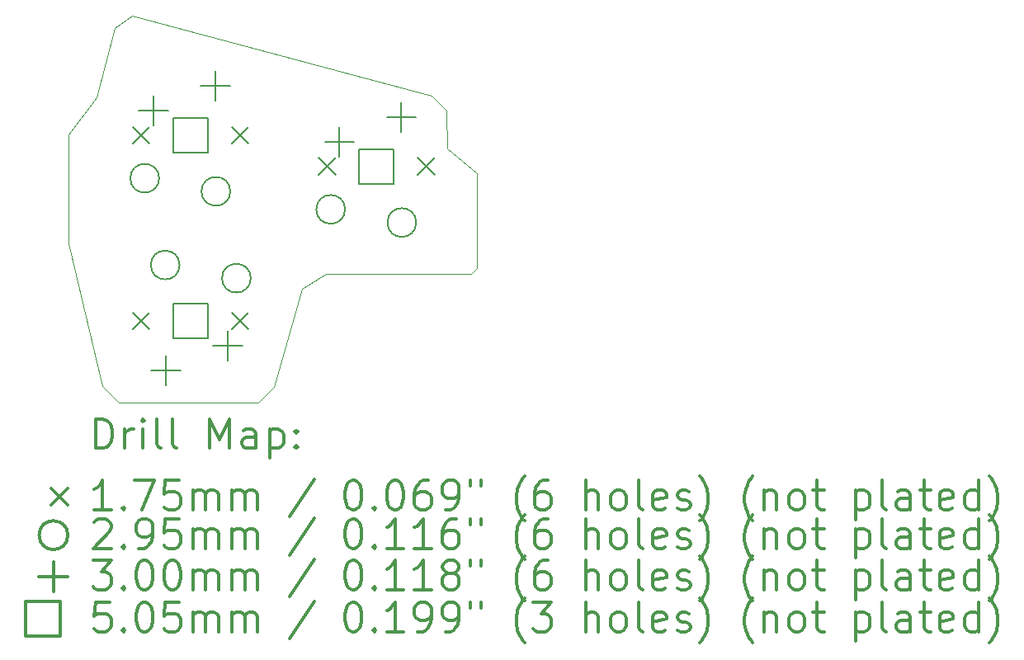
<source format=gbr>
%FSLAX45Y45*%
G04 Gerber Fmt 4.5, Leading zero omitted, Abs format (unit mm)*
G04 Created by KiCad (PCBNEW (5.1.4)-1) date 2023-09-09 05:27:59*
%MOMM*%
%LPD*%
G04 APERTURE LIST*
%ADD10C,0.050000*%
%ADD11C,0.200000*%
%ADD12C,0.300000*%
G04 APERTURE END LIST*
D10*
X-6865125Y-36816943D02*
X-6622125Y-36663943D01*
X-8745125Y-37986943D02*
X-7315125Y-37986943D01*
X-7315125Y-37986943D02*
X-7155125Y-37826943D01*
X-7155125Y-37826943D02*
X-6865125Y-36816943D01*
X-9266270Y-36347075D02*
X-8915125Y-37816943D01*
X-6622125Y-36663943D02*
X-5127980Y-36664473D01*
X-8915125Y-37816943D02*
X-8745125Y-37986943D01*
X-5073509Y-36608864D02*
X-5127980Y-36664473D01*
X-9266125Y-36346943D02*
X-9265596Y-35232941D01*
X-8976724Y-34849596D02*
X-8786120Y-34143027D01*
X-8976724Y-34849596D02*
X-9265596Y-35232941D01*
X-8786120Y-34143027D02*
X-8608823Y-34012429D01*
X-5536125Y-34837148D02*
X-5380301Y-34987247D01*
X-8608823Y-34012429D02*
X-5536125Y-34837148D01*
X-5379118Y-35379366D02*
X-5380301Y-34987247D01*
X-5073899Y-35635660D02*
X-5379118Y-35379366D01*
X-5073509Y-36608864D02*
X-5073899Y-35635660D01*
D11*
X-6697545Y-35474692D02*
X-6522545Y-35649692D01*
X-6522545Y-35474692D02*
X-6697545Y-35649692D01*
X-5681545Y-35474692D02*
X-5506546Y-35649692D01*
X-5506546Y-35474692D02*
X-5681545Y-35649692D01*
X-8605500Y-37060500D02*
X-8430500Y-37235500D01*
X-8430500Y-37060500D02*
X-8605500Y-37235500D01*
X-7589500Y-37060500D02*
X-7414500Y-37235500D01*
X-7414500Y-37060500D02*
X-7589500Y-37235500D01*
X-8605500Y-35154692D02*
X-8430500Y-35329692D01*
X-8430500Y-35154692D02*
X-8605500Y-35329692D01*
X-7589500Y-35154692D02*
X-7414500Y-35329692D01*
X-7414500Y-35154692D02*
X-7589500Y-35329692D01*
X-6424545Y-36002192D02*
G75*
G03X-6424545Y-36002192I-147500J0D01*
G01*
X-5694545Y-36137192D02*
G75*
G03X-5694545Y-36137192I-147500J0D01*
G01*
X-8122500Y-36573000D02*
G75*
G03X-8122500Y-36573000I-147500J0D01*
G01*
X-7392500Y-36708000D02*
G75*
G03X-7392500Y-36708000I-147500J0D01*
G01*
X-8332500Y-35682192D02*
G75*
G03X-8332500Y-35682192I-147500J0D01*
G01*
X-7602500Y-35817192D02*
G75*
G03X-7602500Y-35817192I-147500J0D01*
G01*
X-6483045Y-35158192D02*
X-6483045Y-35458192D01*
X-6633045Y-35308192D02*
X-6333045Y-35308192D01*
X-5848045Y-34904192D02*
X-5848045Y-35204192D01*
X-5998045Y-35054192D02*
X-5698045Y-35054192D01*
X-8264000Y-37506000D02*
X-8264000Y-37806000D01*
X-8414000Y-37656000D02*
X-8114000Y-37656000D01*
X-7629000Y-37252000D02*
X-7629000Y-37552000D01*
X-7779000Y-37402000D02*
X-7479000Y-37402000D01*
X-8391000Y-34838192D02*
X-8391000Y-35138192D01*
X-8541000Y-34988192D02*
X-8241000Y-34988192D01*
X-7756000Y-34584192D02*
X-7756000Y-34884192D01*
X-7906000Y-34734192D02*
X-7606000Y-34734192D01*
X-5923499Y-35740738D02*
X-5923499Y-35383646D01*
X-6280592Y-35383646D01*
X-6280592Y-35740738D01*
X-5923499Y-35740738D01*
X-7831454Y-37326546D02*
X-7831454Y-36969454D01*
X-8188546Y-36969454D01*
X-8188546Y-37326546D01*
X-7831454Y-37326546D01*
X-7831454Y-35420738D02*
X-7831454Y-35063646D01*
X-8188546Y-35063646D01*
X-8188546Y-35420738D01*
X-7831454Y-35420738D01*
D12*
X-8982342Y-38455157D02*
X-8982342Y-38155157D01*
X-8910913Y-38155157D01*
X-8868056Y-38169443D01*
X-8839484Y-38198014D01*
X-8825199Y-38226586D01*
X-8810913Y-38283728D01*
X-8810913Y-38326586D01*
X-8825199Y-38383728D01*
X-8839484Y-38412300D01*
X-8868056Y-38440871D01*
X-8910913Y-38455157D01*
X-8982342Y-38455157D01*
X-8682342Y-38455157D02*
X-8682342Y-38255157D01*
X-8682342Y-38312300D02*
X-8668056Y-38283728D01*
X-8653770Y-38269443D01*
X-8625199Y-38255157D01*
X-8596627Y-38255157D01*
X-8496627Y-38455157D02*
X-8496627Y-38255157D01*
X-8496627Y-38155157D02*
X-8510913Y-38169443D01*
X-8496627Y-38183728D01*
X-8482342Y-38169443D01*
X-8496627Y-38155157D01*
X-8496627Y-38183728D01*
X-8310913Y-38455157D02*
X-8339484Y-38440871D01*
X-8353770Y-38412300D01*
X-8353770Y-38155157D01*
X-8153770Y-38455157D02*
X-8182342Y-38440871D01*
X-8196627Y-38412300D01*
X-8196627Y-38155157D01*
X-7810913Y-38455157D02*
X-7810913Y-38155157D01*
X-7710913Y-38369443D01*
X-7610913Y-38155157D01*
X-7610913Y-38455157D01*
X-7339484Y-38455157D02*
X-7339484Y-38298014D01*
X-7353770Y-38269443D01*
X-7382342Y-38255157D01*
X-7439484Y-38255157D01*
X-7468056Y-38269443D01*
X-7339484Y-38440871D02*
X-7368056Y-38455157D01*
X-7439484Y-38455157D01*
X-7468056Y-38440871D01*
X-7482342Y-38412300D01*
X-7482342Y-38383728D01*
X-7468056Y-38355157D01*
X-7439484Y-38340871D01*
X-7368056Y-38340871D01*
X-7339484Y-38326586D01*
X-7196627Y-38255157D02*
X-7196627Y-38555157D01*
X-7196627Y-38269443D02*
X-7168056Y-38255157D01*
X-7110913Y-38255157D01*
X-7082342Y-38269443D01*
X-7068056Y-38283728D01*
X-7053770Y-38312300D01*
X-7053770Y-38398014D01*
X-7068056Y-38426586D01*
X-7082342Y-38440871D01*
X-7110913Y-38455157D01*
X-7168056Y-38455157D01*
X-7196627Y-38440871D01*
X-6925199Y-38426586D02*
X-6910913Y-38440871D01*
X-6925199Y-38455157D01*
X-6939484Y-38440871D01*
X-6925199Y-38426586D01*
X-6925199Y-38455157D01*
X-6925199Y-38269443D02*
X-6910913Y-38283728D01*
X-6925199Y-38298014D01*
X-6939484Y-38283728D01*
X-6925199Y-38269443D01*
X-6925199Y-38298014D01*
X-9443770Y-38861943D02*
X-9268770Y-39036943D01*
X-9268770Y-38861943D02*
X-9443770Y-39036943D01*
X-8825199Y-39085157D02*
X-8996627Y-39085157D01*
X-8910913Y-39085157D02*
X-8910913Y-38785157D01*
X-8939484Y-38828014D01*
X-8968056Y-38856586D01*
X-8996627Y-38870871D01*
X-8696627Y-39056586D02*
X-8682342Y-39070871D01*
X-8696627Y-39085157D01*
X-8710913Y-39070871D01*
X-8696627Y-39056586D01*
X-8696627Y-39085157D01*
X-8582342Y-38785157D02*
X-8382342Y-38785157D01*
X-8510913Y-39085157D01*
X-8125199Y-38785157D02*
X-8268056Y-38785157D01*
X-8282342Y-38928014D01*
X-8268056Y-38913728D01*
X-8239484Y-38899443D01*
X-8168056Y-38899443D01*
X-8139484Y-38913728D01*
X-8125199Y-38928014D01*
X-8110913Y-38956586D01*
X-8110913Y-39028014D01*
X-8125199Y-39056586D01*
X-8139484Y-39070871D01*
X-8168056Y-39085157D01*
X-8239484Y-39085157D01*
X-8268056Y-39070871D01*
X-8282342Y-39056586D01*
X-7982342Y-39085157D02*
X-7982342Y-38885157D01*
X-7982342Y-38913728D02*
X-7968056Y-38899443D01*
X-7939484Y-38885157D01*
X-7896627Y-38885157D01*
X-7868056Y-38899443D01*
X-7853770Y-38928014D01*
X-7853770Y-39085157D01*
X-7853770Y-38928014D02*
X-7839484Y-38899443D01*
X-7810913Y-38885157D01*
X-7768056Y-38885157D01*
X-7739484Y-38899443D01*
X-7725199Y-38928014D01*
X-7725199Y-39085157D01*
X-7582342Y-39085157D02*
X-7582342Y-38885157D01*
X-7582342Y-38913728D02*
X-7568056Y-38899443D01*
X-7539484Y-38885157D01*
X-7496627Y-38885157D01*
X-7468056Y-38899443D01*
X-7453770Y-38928014D01*
X-7453770Y-39085157D01*
X-7453770Y-38928014D02*
X-7439484Y-38899443D01*
X-7410913Y-38885157D01*
X-7368056Y-38885157D01*
X-7339484Y-38899443D01*
X-7325199Y-38928014D01*
X-7325199Y-39085157D01*
X-6739484Y-38770871D02*
X-6996627Y-39156586D01*
X-6353770Y-38785157D02*
X-6325199Y-38785157D01*
X-6296627Y-38799443D01*
X-6282342Y-38813728D01*
X-6268056Y-38842300D01*
X-6253770Y-38899443D01*
X-6253770Y-38970871D01*
X-6268056Y-39028014D01*
X-6282342Y-39056586D01*
X-6296627Y-39070871D01*
X-6325199Y-39085157D01*
X-6353770Y-39085157D01*
X-6382342Y-39070871D01*
X-6396627Y-39056586D01*
X-6410913Y-39028014D01*
X-6425199Y-38970871D01*
X-6425199Y-38899443D01*
X-6410913Y-38842300D01*
X-6396627Y-38813728D01*
X-6382342Y-38799443D01*
X-6353770Y-38785157D01*
X-6125199Y-39056586D02*
X-6110913Y-39070871D01*
X-6125199Y-39085157D01*
X-6139484Y-39070871D01*
X-6125199Y-39056586D01*
X-6125199Y-39085157D01*
X-5925199Y-38785157D02*
X-5896627Y-38785157D01*
X-5868056Y-38799443D01*
X-5853770Y-38813728D01*
X-5839484Y-38842300D01*
X-5825199Y-38899443D01*
X-5825199Y-38970871D01*
X-5839484Y-39028014D01*
X-5853770Y-39056586D01*
X-5868056Y-39070871D01*
X-5896627Y-39085157D01*
X-5925199Y-39085157D01*
X-5953770Y-39070871D01*
X-5968056Y-39056586D01*
X-5982342Y-39028014D01*
X-5996627Y-38970871D01*
X-5996627Y-38899443D01*
X-5982342Y-38842300D01*
X-5968056Y-38813728D01*
X-5953770Y-38799443D01*
X-5925199Y-38785157D01*
X-5568056Y-38785157D02*
X-5625199Y-38785157D01*
X-5653770Y-38799443D01*
X-5668056Y-38813728D01*
X-5696627Y-38856586D01*
X-5710913Y-38913728D01*
X-5710913Y-39028014D01*
X-5696627Y-39056586D01*
X-5682342Y-39070871D01*
X-5653770Y-39085157D01*
X-5596627Y-39085157D01*
X-5568056Y-39070871D01*
X-5553770Y-39056586D01*
X-5539484Y-39028014D01*
X-5539484Y-38956586D01*
X-5553770Y-38928014D01*
X-5568056Y-38913728D01*
X-5596627Y-38899443D01*
X-5653770Y-38899443D01*
X-5682342Y-38913728D01*
X-5696627Y-38928014D01*
X-5710913Y-38956586D01*
X-5396627Y-39085157D02*
X-5339484Y-39085157D01*
X-5310913Y-39070871D01*
X-5296627Y-39056586D01*
X-5268056Y-39013728D01*
X-5253770Y-38956586D01*
X-5253770Y-38842300D01*
X-5268056Y-38813728D01*
X-5282342Y-38799443D01*
X-5310913Y-38785157D01*
X-5368056Y-38785157D01*
X-5396627Y-38799443D01*
X-5410913Y-38813728D01*
X-5425199Y-38842300D01*
X-5425199Y-38913728D01*
X-5410913Y-38942300D01*
X-5396627Y-38956586D01*
X-5368056Y-38970871D01*
X-5310913Y-38970871D01*
X-5282342Y-38956586D01*
X-5268056Y-38942300D01*
X-5253770Y-38913728D01*
X-5139484Y-38785157D02*
X-5139484Y-38842300D01*
X-5025199Y-38785157D02*
X-5025199Y-38842300D01*
X-4582342Y-39199443D02*
X-4596627Y-39185157D01*
X-4625199Y-39142300D01*
X-4639484Y-39113728D01*
X-4653770Y-39070871D01*
X-4668056Y-38999443D01*
X-4668056Y-38942300D01*
X-4653770Y-38870871D01*
X-4639484Y-38828014D01*
X-4625199Y-38799443D01*
X-4596627Y-38756586D01*
X-4582342Y-38742300D01*
X-4339484Y-38785157D02*
X-4396627Y-38785157D01*
X-4425199Y-38799443D01*
X-4439484Y-38813728D01*
X-4468056Y-38856586D01*
X-4482342Y-38913728D01*
X-4482342Y-39028014D01*
X-4468056Y-39056586D01*
X-4453770Y-39070871D01*
X-4425199Y-39085157D01*
X-4368056Y-39085157D01*
X-4339484Y-39070871D01*
X-4325199Y-39056586D01*
X-4310913Y-39028014D01*
X-4310913Y-38956586D01*
X-4325199Y-38928014D01*
X-4339484Y-38913728D01*
X-4368056Y-38899443D01*
X-4425199Y-38899443D01*
X-4453770Y-38913728D01*
X-4468056Y-38928014D01*
X-4482342Y-38956586D01*
X-3953770Y-39085157D02*
X-3953770Y-38785157D01*
X-3825199Y-39085157D02*
X-3825199Y-38928014D01*
X-3839484Y-38899443D01*
X-3868056Y-38885157D01*
X-3910913Y-38885157D01*
X-3939484Y-38899443D01*
X-3953770Y-38913728D01*
X-3639484Y-39085157D02*
X-3668056Y-39070871D01*
X-3682342Y-39056586D01*
X-3696627Y-39028014D01*
X-3696627Y-38942300D01*
X-3682342Y-38913728D01*
X-3668056Y-38899443D01*
X-3639484Y-38885157D01*
X-3596627Y-38885157D01*
X-3568056Y-38899443D01*
X-3553770Y-38913728D01*
X-3539484Y-38942300D01*
X-3539484Y-39028014D01*
X-3553770Y-39056586D01*
X-3568056Y-39070871D01*
X-3596627Y-39085157D01*
X-3639484Y-39085157D01*
X-3368056Y-39085157D02*
X-3396627Y-39070871D01*
X-3410913Y-39042300D01*
X-3410913Y-38785157D01*
X-3139484Y-39070871D02*
X-3168056Y-39085157D01*
X-3225199Y-39085157D01*
X-3253770Y-39070871D01*
X-3268056Y-39042300D01*
X-3268056Y-38928014D01*
X-3253770Y-38899443D01*
X-3225199Y-38885157D01*
X-3168056Y-38885157D01*
X-3139484Y-38899443D01*
X-3125199Y-38928014D01*
X-3125199Y-38956586D01*
X-3268056Y-38985157D01*
X-3010913Y-39070871D02*
X-2982342Y-39085157D01*
X-2925199Y-39085157D01*
X-2896627Y-39070871D01*
X-2882342Y-39042300D01*
X-2882342Y-39028014D01*
X-2896627Y-38999443D01*
X-2925199Y-38985157D01*
X-2968056Y-38985157D01*
X-2996627Y-38970871D01*
X-3010913Y-38942300D01*
X-3010913Y-38928014D01*
X-2996627Y-38899443D01*
X-2968056Y-38885157D01*
X-2925199Y-38885157D01*
X-2896627Y-38899443D01*
X-2782342Y-39199443D02*
X-2768056Y-39185157D01*
X-2739484Y-39142300D01*
X-2725199Y-39113728D01*
X-2710913Y-39070871D01*
X-2696627Y-38999443D01*
X-2696627Y-38942300D01*
X-2710913Y-38870871D01*
X-2725199Y-38828014D01*
X-2739484Y-38799443D01*
X-2768056Y-38756586D01*
X-2782342Y-38742300D01*
X-2239484Y-39199443D02*
X-2253770Y-39185157D01*
X-2282342Y-39142300D01*
X-2296627Y-39113728D01*
X-2310913Y-39070871D01*
X-2325199Y-38999443D01*
X-2325199Y-38942300D01*
X-2310913Y-38870871D01*
X-2296627Y-38828014D01*
X-2282342Y-38799443D01*
X-2253770Y-38756586D01*
X-2239484Y-38742300D01*
X-2125199Y-38885157D02*
X-2125199Y-39085157D01*
X-2125199Y-38913728D02*
X-2110913Y-38899443D01*
X-2082342Y-38885157D01*
X-2039484Y-38885157D01*
X-2010913Y-38899443D01*
X-1996627Y-38928014D01*
X-1996627Y-39085157D01*
X-1810913Y-39085157D02*
X-1839484Y-39070871D01*
X-1853770Y-39056586D01*
X-1868056Y-39028014D01*
X-1868056Y-38942300D01*
X-1853770Y-38913728D01*
X-1839484Y-38899443D01*
X-1810913Y-38885157D01*
X-1768056Y-38885157D01*
X-1739484Y-38899443D01*
X-1725199Y-38913728D01*
X-1710913Y-38942300D01*
X-1710913Y-39028014D01*
X-1725199Y-39056586D01*
X-1739484Y-39070871D01*
X-1768056Y-39085157D01*
X-1810913Y-39085157D01*
X-1625199Y-38885157D02*
X-1510913Y-38885157D01*
X-1582342Y-38785157D02*
X-1582342Y-39042300D01*
X-1568056Y-39070871D01*
X-1539484Y-39085157D01*
X-1510913Y-39085157D01*
X-1182342Y-38885157D02*
X-1182342Y-39185157D01*
X-1182342Y-38899443D02*
X-1153770Y-38885157D01*
X-1096627Y-38885157D01*
X-1068056Y-38899443D01*
X-1053770Y-38913728D01*
X-1039484Y-38942300D01*
X-1039484Y-39028014D01*
X-1053770Y-39056586D01*
X-1068056Y-39070871D01*
X-1096627Y-39085157D01*
X-1153770Y-39085157D01*
X-1182342Y-39070871D01*
X-868056Y-39085157D02*
X-896627Y-39070871D01*
X-910913Y-39042300D01*
X-910913Y-38785157D01*
X-625199Y-39085157D02*
X-625199Y-38928014D01*
X-639484Y-38899443D01*
X-668056Y-38885157D01*
X-725199Y-38885157D01*
X-753770Y-38899443D01*
X-625199Y-39070871D02*
X-653770Y-39085157D01*
X-725199Y-39085157D01*
X-753770Y-39070871D01*
X-768056Y-39042300D01*
X-768056Y-39013728D01*
X-753770Y-38985157D01*
X-725199Y-38970871D01*
X-653770Y-38970871D01*
X-625199Y-38956586D01*
X-525199Y-38885157D02*
X-410913Y-38885157D01*
X-482342Y-38785157D02*
X-482342Y-39042300D01*
X-468056Y-39070871D01*
X-439484Y-39085157D01*
X-410913Y-39085157D01*
X-196627Y-39070871D02*
X-225199Y-39085157D01*
X-282342Y-39085157D01*
X-310913Y-39070871D01*
X-325199Y-39042300D01*
X-325199Y-38928014D01*
X-310913Y-38899443D01*
X-282342Y-38885157D01*
X-225199Y-38885157D01*
X-196627Y-38899443D01*
X-182342Y-38928014D01*
X-182342Y-38956586D01*
X-325199Y-38985157D01*
X74801Y-39085157D02*
X74801Y-38785157D01*
X74801Y-39070871D02*
X46230Y-39085157D01*
X-10913Y-39085157D01*
X-39484Y-39070871D01*
X-53770Y-39056586D01*
X-68056Y-39028014D01*
X-68056Y-38942300D01*
X-53770Y-38913728D01*
X-39484Y-38899443D01*
X-10913Y-38885157D01*
X46230Y-38885157D01*
X74801Y-38899443D01*
X189087Y-39199443D02*
X203373Y-39185157D01*
X231944Y-39142300D01*
X246230Y-39113728D01*
X260515Y-39070871D01*
X274801Y-38999443D01*
X274801Y-38942300D01*
X260515Y-38870871D01*
X246230Y-38828014D01*
X231944Y-38799443D01*
X203373Y-38756586D01*
X189087Y-38742300D01*
X-9268770Y-39345443D02*
G75*
G03X-9268770Y-39345443I-147500J0D01*
G01*
X-8996627Y-39209728D02*
X-8982342Y-39195443D01*
X-8953770Y-39181157D01*
X-8882342Y-39181157D01*
X-8853770Y-39195443D01*
X-8839484Y-39209728D01*
X-8825199Y-39238300D01*
X-8825199Y-39266871D01*
X-8839484Y-39309728D01*
X-9010913Y-39481157D01*
X-8825199Y-39481157D01*
X-8696627Y-39452586D02*
X-8682342Y-39466871D01*
X-8696627Y-39481157D01*
X-8710913Y-39466871D01*
X-8696627Y-39452586D01*
X-8696627Y-39481157D01*
X-8539484Y-39481157D02*
X-8482342Y-39481157D01*
X-8453770Y-39466871D01*
X-8439484Y-39452586D01*
X-8410913Y-39409728D01*
X-8396627Y-39352586D01*
X-8396627Y-39238300D01*
X-8410913Y-39209728D01*
X-8425199Y-39195443D01*
X-8453770Y-39181157D01*
X-8510913Y-39181157D01*
X-8539484Y-39195443D01*
X-8553770Y-39209728D01*
X-8568056Y-39238300D01*
X-8568056Y-39309728D01*
X-8553770Y-39338300D01*
X-8539484Y-39352586D01*
X-8510913Y-39366871D01*
X-8453770Y-39366871D01*
X-8425199Y-39352586D01*
X-8410913Y-39338300D01*
X-8396627Y-39309728D01*
X-8125199Y-39181157D02*
X-8268056Y-39181157D01*
X-8282342Y-39324014D01*
X-8268056Y-39309728D01*
X-8239484Y-39295443D01*
X-8168056Y-39295443D01*
X-8139484Y-39309728D01*
X-8125199Y-39324014D01*
X-8110913Y-39352586D01*
X-8110913Y-39424014D01*
X-8125199Y-39452586D01*
X-8139484Y-39466871D01*
X-8168056Y-39481157D01*
X-8239484Y-39481157D01*
X-8268056Y-39466871D01*
X-8282342Y-39452586D01*
X-7982342Y-39481157D02*
X-7982342Y-39281157D01*
X-7982342Y-39309728D02*
X-7968056Y-39295443D01*
X-7939484Y-39281157D01*
X-7896627Y-39281157D01*
X-7868056Y-39295443D01*
X-7853770Y-39324014D01*
X-7853770Y-39481157D01*
X-7853770Y-39324014D02*
X-7839484Y-39295443D01*
X-7810913Y-39281157D01*
X-7768056Y-39281157D01*
X-7739484Y-39295443D01*
X-7725199Y-39324014D01*
X-7725199Y-39481157D01*
X-7582342Y-39481157D02*
X-7582342Y-39281157D01*
X-7582342Y-39309728D02*
X-7568056Y-39295443D01*
X-7539484Y-39281157D01*
X-7496627Y-39281157D01*
X-7468056Y-39295443D01*
X-7453770Y-39324014D01*
X-7453770Y-39481157D01*
X-7453770Y-39324014D02*
X-7439484Y-39295443D01*
X-7410913Y-39281157D01*
X-7368056Y-39281157D01*
X-7339484Y-39295443D01*
X-7325199Y-39324014D01*
X-7325199Y-39481157D01*
X-6739484Y-39166871D02*
X-6996627Y-39552586D01*
X-6353770Y-39181157D02*
X-6325199Y-39181157D01*
X-6296627Y-39195443D01*
X-6282342Y-39209728D01*
X-6268056Y-39238300D01*
X-6253770Y-39295443D01*
X-6253770Y-39366871D01*
X-6268056Y-39424014D01*
X-6282342Y-39452586D01*
X-6296627Y-39466871D01*
X-6325199Y-39481157D01*
X-6353770Y-39481157D01*
X-6382342Y-39466871D01*
X-6396627Y-39452586D01*
X-6410913Y-39424014D01*
X-6425199Y-39366871D01*
X-6425199Y-39295443D01*
X-6410913Y-39238300D01*
X-6396627Y-39209728D01*
X-6382342Y-39195443D01*
X-6353770Y-39181157D01*
X-6125199Y-39452586D02*
X-6110913Y-39466871D01*
X-6125199Y-39481157D01*
X-6139484Y-39466871D01*
X-6125199Y-39452586D01*
X-6125199Y-39481157D01*
X-5825199Y-39481157D02*
X-5996627Y-39481157D01*
X-5910913Y-39481157D02*
X-5910913Y-39181157D01*
X-5939484Y-39224014D01*
X-5968056Y-39252586D01*
X-5996627Y-39266871D01*
X-5539484Y-39481157D02*
X-5710913Y-39481157D01*
X-5625199Y-39481157D02*
X-5625199Y-39181157D01*
X-5653770Y-39224014D01*
X-5682342Y-39252586D01*
X-5710913Y-39266871D01*
X-5282342Y-39181157D02*
X-5339484Y-39181157D01*
X-5368056Y-39195443D01*
X-5382342Y-39209728D01*
X-5410913Y-39252586D01*
X-5425199Y-39309728D01*
X-5425199Y-39424014D01*
X-5410913Y-39452586D01*
X-5396627Y-39466871D01*
X-5368056Y-39481157D01*
X-5310913Y-39481157D01*
X-5282342Y-39466871D01*
X-5268056Y-39452586D01*
X-5253770Y-39424014D01*
X-5253770Y-39352586D01*
X-5268056Y-39324014D01*
X-5282342Y-39309728D01*
X-5310913Y-39295443D01*
X-5368056Y-39295443D01*
X-5396627Y-39309728D01*
X-5410913Y-39324014D01*
X-5425199Y-39352586D01*
X-5139484Y-39181157D02*
X-5139484Y-39238300D01*
X-5025199Y-39181157D02*
X-5025199Y-39238300D01*
X-4582342Y-39595443D02*
X-4596627Y-39581157D01*
X-4625199Y-39538300D01*
X-4639484Y-39509728D01*
X-4653770Y-39466871D01*
X-4668056Y-39395443D01*
X-4668056Y-39338300D01*
X-4653770Y-39266871D01*
X-4639484Y-39224014D01*
X-4625199Y-39195443D01*
X-4596627Y-39152586D01*
X-4582342Y-39138300D01*
X-4339484Y-39181157D02*
X-4396627Y-39181157D01*
X-4425199Y-39195443D01*
X-4439484Y-39209728D01*
X-4468056Y-39252586D01*
X-4482342Y-39309728D01*
X-4482342Y-39424014D01*
X-4468056Y-39452586D01*
X-4453770Y-39466871D01*
X-4425199Y-39481157D01*
X-4368056Y-39481157D01*
X-4339484Y-39466871D01*
X-4325199Y-39452586D01*
X-4310913Y-39424014D01*
X-4310913Y-39352586D01*
X-4325199Y-39324014D01*
X-4339484Y-39309728D01*
X-4368056Y-39295443D01*
X-4425199Y-39295443D01*
X-4453770Y-39309728D01*
X-4468056Y-39324014D01*
X-4482342Y-39352586D01*
X-3953770Y-39481157D02*
X-3953770Y-39181157D01*
X-3825199Y-39481157D02*
X-3825199Y-39324014D01*
X-3839484Y-39295443D01*
X-3868056Y-39281157D01*
X-3910913Y-39281157D01*
X-3939484Y-39295443D01*
X-3953770Y-39309728D01*
X-3639484Y-39481157D02*
X-3668056Y-39466871D01*
X-3682342Y-39452586D01*
X-3696627Y-39424014D01*
X-3696627Y-39338300D01*
X-3682342Y-39309728D01*
X-3668056Y-39295443D01*
X-3639484Y-39281157D01*
X-3596627Y-39281157D01*
X-3568056Y-39295443D01*
X-3553770Y-39309728D01*
X-3539484Y-39338300D01*
X-3539484Y-39424014D01*
X-3553770Y-39452586D01*
X-3568056Y-39466871D01*
X-3596627Y-39481157D01*
X-3639484Y-39481157D01*
X-3368056Y-39481157D02*
X-3396627Y-39466871D01*
X-3410913Y-39438300D01*
X-3410913Y-39181157D01*
X-3139484Y-39466871D02*
X-3168056Y-39481157D01*
X-3225199Y-39481157D01*
X-3253770Y-39466871D01*
X-3268056Y-39438300D01*
X-3268056Y-39324014D01*
X-3253770Y-39295443D01*
X-3225199Y-39281157D01*
X-3168056Y-39281157D01*
X-3139484Y-39295443D01*
X-3125199Y-39324014D01*
X-3125199Y-39352586D01*
X-3268056Y-39381157D01*
X-3010913Y-39466871D02*
X-2982342Y-39481157D01*
X-2925199Y-39481157D01*
X-2896627Y-39466871D01*
X-2882342Y-39438300D01*
X-2882342Y-39424014D01*
X-2896627Y-39395443D01*
X-2925199Y-39381157D01*
X-2968056Y-39381157D01*
X-2996627Y-39366871D01*
X-3010913Y-39338300D01*
X-3010913Y-39324014D01*
X-2996627Y-39295443D01*
X-2968056Y-39281157D01*
X-2925199Y-39281157D01*
X-2896627Y-39295443D01*
X-2782342Y-39595443D02*
X-2768056Y-39581157D01*
X-2739484Y-39538300D01*
X-2725199Y-39509728D01*
X-2710913Y-39466871D01*
X-2696627Y-39395443D01*
X-2696627Y-39338300D01*
X-2710913Y-39266871D01*
X-2725199Y-39224014D01*
X-2739484Y-39195443D01*
X-2768056Y-39152586D01*
X-2782342Y-39138300D01*
X-2239484Y-39595443D02*
X-2253770Y-39581157D01*
X-2282342Y-39538300D01*
X-2296627Y-39509728D01*
X-2310913Y-39466871D01*
X-2325199Y-39395443D01*
X-2325199Y-39338300D01*
X-2310913Y-39266871D01*
X-2296627Y-39224014D01*
X-2282342Y-39195443D01*
X-2253770Y-39152586D01*
X-2239484Y-39138300D01*
X-2125199Y-39281157D02*
X-2125199Y-39481157D01*
X-2125199Y-39309728D02*
X-2110913Y-39295443D01*
X-2082342Y-39281157D01*
X-2039484Y-39281157D01*
X-2010913Y-39295443D01*
X-1996627Y-39324014D01*
X-1996627Y-39481157D01*
X-1810913Y-39481157D02*
X-1839484Y-39466871D01*
X-1853770Y-39452586D01*
X-1868056Y-39424014D01*
X-1868056Y-39338300D01*
X-1853770Y-39309728D01*
X-1839484Y-39295443D01*
X-1810913Y-39281157D01*
X-1768056Y-39281157D01*
X-1739484Y-39295443D01*
X-1725199Y-39309728D01*
X-1710913Y-39338300D01*
X-1710913Y-39424014D01*
X-1725199Y-39452586D01*
X-1739484Y-39466871D01*
X-1768056Y-39481157D01*
X-1810913Y-39481157D01*
X-1625199Y-39281157D02*
X-1510913Y-39281157D01*
X-1582342Y-39181157D02*
X-1582342Y-39438300D01*
X-1568056Y-39466871D01*
X-1539484Y-39481157D01*
X-1510913Y-39481157D01*
X-1182342Y-39281157D02*
X-1182342Y-39581157D01*
X-1182342Y-39295443D02*
X-1153770Y-39281157D01*
X-1096627Y-39281157D01*
X-1068056Y-39295443D01*
X-1053770Y-39309728D01*
X-1039484Y-39338300D01*
X-1039484Y-39424014D01*
X-1053770Y-39452586D01*
X-1068056Y-39466871D01*
X-1096627Y-39481157D01*
X-1153770Y-39481157D01*
X-1182342Y-39466871D01*
X-868056Y-39481157D02*
X-896627Y-39466871D01*
X-910913Y-39438300D01*
X-910913Y-39181157D01*
X-625199Y-39481157D02*
X-625199Y-39324014D01*
X-639484Y-39295443D01*
X-668056Y-39281157D01*
X-725199Y-39281157D01*
X-753770Y-39295443D01*
X-625199Y-39466871D02*
X-653770Y-39481157D01*
X-725199Y-39481157D01*
X-753770Y-39466871D01*
X-768056Y-39438300D01*
X-768056Y-39409728D01*
X-753770Y-39381157D01*
X-725199Y-39366871D01*
X-653770Y-39366871D01*
X-625199Y-39352586D01*
X-525199Y-39281157D02*
X-410913Y-39281157D01*
X-482342Y-39181157D02*
X-482342Y-39438300D01*
X-468056Y-39466871D01*
X-439484Y-39481157D01*
X-410913Y-39481157D01*
X-196627Y-39466871D02*
X-225199Y-39481157D01*
X-282342Y-39481157D01*
X-310913Y-39466871D01*
X-325199Y-39438300D01*
X-325199Y-39324014D01*
X-310913Y-39295443D01*
X-282342Y-39281157D01*
X-225199Y-39281157D01*
X-196627Y-39295443D01*
X-182342Y-39324014D01*
X-182342Y-39352586D01*
X-325199Y-39381157D01*
X74801Y-39481157D02*
X74801Y-39181157D01*
X74801Y-39466871D02*
X46230Y-39481157D01*
X-10913Y-39481157D01*
X-39484Y-39466871D01*
X-53770Y-39452586D01*
X-68056Y-39424014D01*
X-68056Y-39338300D01*
X-53770Y-39309728D01*
X-39484Y-39295443D01*
X-10913Y-39281157D01*
X46230Y-39281157D01*
X74801Y-39295443D01*
X189087Y-39595443D02*
X203373Y-39581157D01*
X231944Y-39538300D01*
X246230Y-39509728D01*
X260515Y-39466871D01*
X274801Y-39395443D01*
X274801Y-39338300D01*
X260515Y-39266871D01*
X246230Y-39224014D01*
X231944Y-39195443D01*
X203373Y-39152586D01*
X189087Y-39138300D01*
X-9418770Y-39620443D02*
X-9418770Y-39920443D01*
X-9568770Y-39770443D02*
X-9268770Y-39770443D01*
X-9010913Y-39606157D02*
X-8825199Y-39606157D01*
X-8925199Y-39720443D01*
X-8882342Y-39720443D01*
X-8853770Y-39734728D01*
X-8839484Y-39749014D01*
X-8825199Y-39777586D01*
X-8825199Y-39849014D01*
X-8839484Y-39877586D01*
X-8853770Y-39891871D01*
X-8882342Y-39906157D01*
X-8968056Y-39906157D01*
X-8996627Y-39891871D01*
X-9010913Y-39877586D01*
X-8696627Y-39877586D02*
X-8682342Y-39891871D01*
X-8696627Y-39906157D01*
X-8710913Y-39891871D01*
X-8696627Y-39877586D01*
X-8696627Y-39906157D01*
X-8496627Y-39606157D02*
X-8468056Y-39606157D01*
X-8439484Y-39620443D01*
X-8425199Y-39634728D01*
X-8410913Y-39663300D01*
X-8396627Y-39720443D01*
X-8396627Y-39791871D01*
X-8410913Y-39849014D01*
X-8425199Y-39877586D01*
X-8439484Y-39891871D01*
X-8468056Y-39906157D01*
X-8496627Y-39906157D01*
X-8525199Y-39891871D01*
X-8539484Y-39877586D01*
X-8553770Y-39849014D01*
X-8568056Y-39791871D01*
X-8568056Y-39720443D01*
X-8553770Y-39663300D01*
X-8539484Y-39634728D01*
X-8525199Y-39620443D01*
X-8496627Y-39606157D01*
X-8210913Y-39606157D02*
X-8182342Y-39606157D01*
X-8153770Y-39620443D01*
X-8139484Y-39634728D01*
X-8125199Y-39663300D01*
X-8110913Y-39720443D01*
X-8110913Y-39791871D01*
X-8125199Y-39849014D01*
X-8139484Y-39877586D01*
X-8153770Y-39891871D01*
X-8182342Y-39906157D01*
X-8210913Y-39906157D01*
X-8239484Y-39891871D01*
X-8253770Y-39877586D01*
X-8268056Y-39849014D01*
X-8282342Y-39791871D01*
X-8282342Y-39720443D01*
X-8268056Y-39663300D01*
X-8253770Y-39634728D01*
X-8239484Y-39620443D01*
X-8210913Y-39606157D01*
X-7982342Y-39906157D02*
X-7982342Y-39706157D01*
X-7982342Y-39734728D02*
X-7968056Y-39720443D01*
X-7939484Y-39706157D01*
X-7896627Y-39706157D01*
X-7868056Y-39720443D01*
X-7853770Y-39749014D01*
X-7853770Y-39906157D01*
X-7853770Y-39749014D02*
X-7839484Y-39720443D01*
X-7810913Y-39706157D01*
X-7768056Y-39706157D01*
X-7739484Y-39720443D01*
X-7725199Y-39749014D01*
X-7725199Y-39906157D01*
X-7582342Y-39906157D02*
X-7582342Y-39706157D01*
X-7582342Y-39734728D02*
X-7568056Y-39720443D01*
X-7539484Y-39706157D01*
X-7496627Y-39706157D01*
X-7468056Y-39720443D01*
X-7453770Y-39749014D01*
X-7453770Y-39906157D01*
X-7453770Y-39749014D02*
X-7439484Y-39720443D01*
X-7410913Y-39706157D01*
X-7368056Y-39706157D01*
X-7339484Y-39720443D01*
X-7325199Y-39749014D01*
X-7325199Y-39906157D01*
X-6739484Y-39591871D02*
X-6996627Y-39977586D01*
X-6353770Y-39606157D02*
X-6325199Y-39606157D01*
X-6296627Y-39620443D01*
X-6282342Y-39634728D01*
X-6268056Y-39663300D01*
X-6253770Y-39720443D01*
X-6253770Y-39791871D01*
X-6268056Y-39849014D01*
X-6282342Y-39877586D01*
X-6296627Y-39891871D01*
X-6325199Y-39906157D01*
X-6353770Y-39906157D01*
X-6382342Y-39891871D01*
X-6396627Y-39877586D01*
X-6410913Y-39849014D01*
X-6425199Y-39791871D01*
X-6425199Y-39720443D01*
X-6410913Y-39663300D01*
X-6396627Y-39634728D01*
X-6382342Y-39620443D01*
X-6353770Y-39606157D01*
X-6125199Y-39877586D02*
X-6110913Y-39891871D01*
X-6125199Y-39906157D01*
X-6139484Y-39891871D01*
X-6125199Y-39877586D01*
X-6125199Y-39906157D01*
X-5825199Y-39906157D02*
X-5996627Y-39906157D01*
X-5910913Y-39906157D02*
X-5910913Y-39606157D01*
X-5939484Y-39649014D01*
X-5968056Y-39677586D01*
X-5996627Y-39691871D01*
X-5539484Y-39906157D02*
X-5710913Y-39906157D01*
X-5625199Y-39906157D02*
X-5625199Y-39606157D01*
X-5653770Y-39649014D01*
X-5682342Y-39677586D01*
X-5710913Y-39691871D01*
X-5368056Y-39734728D02*
X-5396627Y-39720443D01*
X-5410913Y-39706157D01*
X-5425199Y-39677586D01*
X-5425199Y-39663300D01*
X-5410913Y-39634728D01*
X-5396627Y-39620443D01*
X-5368056Y-39606157D01*
X-5310913Y-39606157D01*
X-5282342Y-39620443D01*
X-5268056Y-39634728D01*
X-5253770Y-39663300D01*
X-5253770Y-39677586D01*
X-5268056Y-39706157D01*
X-5282342Y-39720443D01*
X-5310913Y-39734728D01*
X-5368056Y-39734728D01*
X-5396627Y-39749014D01*
X-5410913Y-39763300D01*
X-5425199Y-39791871D01*
X-5425199Y-39849014D01*
X-5410913Y-39877586D01*
X-5396627Y-39891871D01*
X-5368056Y-39906157D01*
X-5310913Y-39906157D01*
X-5282342Y-39891871D01*
X-5268056Y-39877586D01*
X-5253770Y-39849014D01*
X-5253770Y-39791871D01*
X-5268056Y-39763300D01*
X-5282342Y-39749014D01*
X-5310913Y-39734728D01*
X-5139484Y-39606157D02*
X-5139484Y-39663300D01*
X-5025199Y-39606157D02*
X-5025199Y-39663300D01*
X-4582342Y-40020443D02*
X-4596627Y-40006157D01*
X-4625199Y-39963300D01*
X-4639484Y-39934728D01*
X-4653770Y-39891871D01*
X-4668056Y-39820443D01*
X-4668056Y-39763300D01*
X-4653770Y-39691871D01*
X-4639484Y-39649014D01*
X-4625199Y-39620443D01*
X-4596627Y-39577586D01*
X-4582342Y-39563300D01*
X-4339484Y-39606157D02*
X-4396627Y-39606157D01*
X-4425199Y-39620443D01*
X-4439484Y-39634728D01*
X-4468056Y-39677586D01*
X-4482342Y-39734728D01*
X-4482342Y-39849014D01*
X-4468056Y-39877586D01*
X-4453770Y-39891871D01*
X-4425199Y-39906157D01*
X-4368056Y-39906157D01*
X-4339484Y-39891871D01*
X-4325199Y-39877586D01*
X-4310913Y-39849014D01*
X-4310913Y-39777586D01*
X-4325199Y-39749014D01*
X-4339484Y-39734728D01*
X-4368056Y-39720443D01*
X-4425199Y-39720443D01*
X-4453770Y-39734728D01*
X-4468056Y-39749014D01*
X-4482342Y-39777586D01*
X-3953770Y-39906157D02*
X-3953770Y-39606157D01*
X-3825199Y-39906157D02*
X-3825199Y-39749014D01*
X-3839484Y-39720443D01*
X-3868056Y-39706157D01*
X-3910913Y-39706157D01*
X-3939484Y-39720443D01*
X-3953770Y-39734728D01*
X-3639484Y-39906157D02*
X-3668056Y-39891871D01*
X-3682342Y-39877586D01*
X-3696627Y-39849014D01*
X-3696627Y-39763300D01*
X-3682342Y-39734728D01*
X-3668056Y-39720443D01*
X-3639484Y-39706157D01*
X-3596627Y-39706157D01*
X-3568056Y-39720443D01*
X-3553770Y-39734728D01*
X-3539484Y-39763300D01*
X-3539484Y-39849014D01*
X-3553770Y-39877586D01*
X-3568056Y-39891871D01*
X-3596627Y-39906157D01*
X-3639484Y-39906157D01*
X-3368056Y-39906157D02*
X-3396627Y-39891871D01*
X-3410913Y-39863300D01*
X-3410913Y-39606157D01*
X-3139484Y-39891871D02*
X-3168056Y-39906157D01*
X-3225199Y-39906157D01*
X-3253770Y-39891871D01*
X-3268056Y-39863300D01*
X-3268056Y-39749014D01*
X-3253770Y-39720443D01*
X-3225199Y-39706157D01*
X-3168056Y-39706157D01*
X-3139484Y-39720443D01*
X-3125199Y-39749014D01*
X-3125199Y-39777586D01*
X-3268056Y-39806157D01*
X-3010913Y-39891871D02*
X-2982342Y-39906157D01*
X-2925199Y-39906157D01*
X-2896627Y-39891871D01*
X-2882342Y-39863300D01*
X-2882342Y-39849014D01*
X-2896627Y-39820443D01*
X-2925199Y-39806157D01*
X-2968056Y-39806157D01*
X-2996627Y-39791871D01*
X-3010913Y-39763300D01*
X-3010913Y-39749014D01*
X-2996627Y-39720443D01*
X-2968056Y-39706157D01*
X-2925199Y-39706157D01*
X-2896627Y-39720443D01*
X-2782342Y-40020443D02*
X-2768056Y-40006157D01*
X-2739484Y-39963300D01*
X-2725199Y-39934728D01*
X-2710913Y-39891871D01*
X-2696627Y-39820443D01*
X-2696627Y-39763300D01*
X-2710913Y-39691871D01*
X-2725199Y-39649014D01*
X-2739484Y-39620443D01*
X-2768056Y-39577586D01*
X-2782342Y-39563300D01*
X-2239484Y-40020443D02*
X-2253770Y-40006157D01*
X-2282342Y-39963300D01*
X-2296627Y-39934728D01*
X-2310913Y-39891871D01*
X-2325199Y-39820443D01*
X-2325199Y-39763300D01*
X-2310913Y-39691871D01*
X-2296627Y-39649014D01*
X-2282342Y-39620443D01*
X-2253770Y-39577586D01*
X-2239484Y-39563300D01*
X-2125199Y-39706157D02*
X-2125199Y-39906157D01*
X-2125199Y-39734728D02*
X-2110913Y-39720443D01*
X-2082342Y-39706157D01*
X-2039484Y-39706157D01*
X-2010913Y-39720443D01*
X-1996627Y-39749014D01*
X-1996627Y-39906157D01*
X-1810913Y-39906157D02*
X-1839484Y-39891871D01*
X-1853770Y-39877586D01*
X-1868056Y-39849014D01*
X-1868056Y-39763300D01*
X-1853770Y-39734728D01*
X-1839484Y-39720443D01*
X-1810913Y-39706157D01*
X-1768056Y-39706157D01*
X-1739484Y-39720443D01*
X-1725199Y-39734728D01*
X-1710913Y-39763300D01*
X-1710913Y-39849014D01*
X-1725199Y-39877586D01*
X-1739484Y-39891871D01*
X-1768056Y-39906157D01*
X-1810913Y-39906157D01*
X-1625199Y-39706157D02*
X-1510913Y-39706157D01*
X-1582342Y-39606157D02*
X-1582342Y-39863300D01*
X-1568056Y-39891871D01*
X-1539484Y-39906157D01*
X-1510913Y-39906157D01*
X-1182342Y-39706157D02*
X-1182342Y-40006157D01*
X-1182342Y-39720443D02*
X-1153770Y-39706157D01*
X-1096627Y-39706157D01*
X-1068056Y-39720443D01*
X-1053770Y-39734728D01*
X-1039484Y-39763300D01*
X-1039484Y-39849014D01*
X-1053770Y-39877586D01*
X-1068056Y-39891871D01*
X-1096627Y-39906157D01*
X-1153770Y-39906157D01*
X-1182342Y-39891871D01*
X-868056Y-39906157D02*
X-896627Y-39891871D01*
X-910913Y-39863300D01*
X-910913Y-39606157D01*
X-625199Y-39906157D02*
X-625199Y-39749014D01*
X-639484Y-39720443D01*
X-668056Y-39706157D01*
X-725199Y-39706157D01*
X-753770Y-39720443D01*
X-625199Y-39891871D02*
X-653770Y-39906157D01*
X-725199Y-39906157D01*
X-753770Y-39891871D01*
X-768056Y-39863300D01*
X-768056Y-39834728D01*
X-753770Y-39806157D01*
X-725199Y-39791871D01*
X-653770Y-39791871D01*
X-625199Y-39777586D01*
X-525199Y-39706157D02*
X-410913Y-39706157D01*
X-482342Y-39606157D02*
X-482342Y-39863300D01*
X-468056Y-39891871D01*
X-439484Y-39906157D01*
X-410913Y-39906157D01*
X-196627Y-39891871D02*
X-225199Y-39906157D01*
X-282342Y-39906157D01*
X-310913Y-39891871D01*
X-325199Y-39863300D01*
X-325199Y-39749014D01*
X-310913Y-39720443D01*
X-282342Y-39706157D01*
X-225199Y-39706157D01*
X-196627Y-39720443D01*
X-182342Y-39749014D01*
X-182342Y-39777586D01*
X-325199Y-39806157D01*
X74801Y-39906157D02*
X74801Y-39606157D01*
X74801Y-39891871D02*
X46230Y-39906157D01*
X-10913Y-39906157D01*
X-39484Y-39891871D01*
X-53770Y-39877586D01*
X-68056Y-39849014D01*
X-68056Y-39763300D01*
X-53770Y-39734728D01*
X-39484Y-39720443D01*
X-10913Y-39706157D01*
X46230Y-39706157D01*
X74801Y-39720443D01*
X189087Y-40020443D02*
X203373Y-40006157D01*
X231944Y-39963300D01*
X246230Y-39934728D01*
X260515Y-39891871D01*
X274801Y-39820443D01*
X274801Y-39763300D01*
X260515Y-39691871D01*
X246230Y-39649014D01*
X231944Y-39620443D01*
X203373Y-39577586D01*
X189087Y-39563300D01*
X-9342724Y-40378989D02*
X-9342724Y-40021897D01*
X-9699816Y-40021897D01*
X-9699816Y-40378989D01*
X-9342724Y-40378989D01*
X-8839484Y-40036157D02*
X-8982342Y-40036157D01*
X-8996627Y-40179014D01*
X-8982342Y-40164728D01*
X-8953770Y-40150443D01*
X-8882342Y-40150443D01*
X-8853770Y-40164728D01*
X-8839484Y-40179014D01*
X-8825199Y-40207586D01*
X-8825199Y-40279014D01*
X-8839484Y-40307586D01*
X-8853770Y-40321871D01*
X-8882342Y-40336157D01*
X-8953770Y-40336157D01*
X-8982342Y-40321871D01*
X-8996627Y-40307586D01*
X-8696627Y-40307586D02*
X-8682342Y-40321871D01*
X-8696627Y-40336157D01*
X-8710913Y-40321871D01*
X-8696627Y-40307586D01*
X-8696627Y-40336157D01*
X-8496627Y-40036157D02*
X-8468056Y-40036157D01*
X-8439484Y-40050443D01*
X-8425199Y-40064728D01*
X-8410913Y-40093300D01*
X-8396627Y-40150443D01*
X-8396627Y-40221871D01*
X-8410913Y-40279014D01*
X-8425199Y-40307586D01*
X-8439484Y-40321871D01*
X-8468056Y-40336157D01*
X-8496627Y-40336157D01*
X-8525199Y-40321871D01*
X-8539484Y-40307586D01*
X-8553770Y-40279014D01*
X-8568056Y-40221871D01*
X-8568056Y-40150443D01*
X-8553770Y-40093300D01*
X-8539484Y-40064728D01*
X-8525199Y-40050443D01*
X-8496627Y-40036157D01*
X-8125199Y-40036157D02*
X-8268056Y-40036157D01*
X-8282342Y-40179014D01*
X-8268056Y-40164728D01*
X-8239484Y-40150443D01*
X-8168056Y-40150443D01*
X-8139484Y-40164728D01*
X-8125199Y-40179014D01*
X-8110913Y-40207586D01*
X-8110913Y-40279014D01*
X-8125199Y-40307586D01*
X-8139484Y-40321871D01*
X-8168056Y-40336157D01*
X-8239484Y-40336157D01*
X-8268056Y-40321871D01*
X-8282342Y-40307586D01*
X-7982342Y-40336157D02*
X-7982342Y-40136157D01*
X-7982342Y-40164728D02*
X-7968056Y-40150443D01*
X-7939484Y-40136157D01*
X-7896627Y-40136157D01*
X-7868056Y-40150443D01*
X-7853770Y-40179014D01*
X-7853770Y-40336157D01*
X-7853770Y-40179014D02*
X-7839484Y-40150443D01*
X-7810913Y-40136157D01*
X-7768056Y-40136157D01*
X-7739484Y-40150443D01*
X-7725199Y-40179014D01*
X-7725199Y-40336157D01*
X-7582342Y-40336157D02*
X-7582342Y-40136157D01*
X-7582342Y-40164728D02*
X-7568056Y-40150443D01*
X-7539484Y-40136157D01*
X-7496627Y-40136157D01*
X-7468056Y-40150443D01*
X-7453770Y-40179014D01*
X-7453770Y-40336157D01*
X-7453770Y-40179014D02*
X-7439484Y-40150443D01*
X-7410913Y-40136157D01*
X-7368056Y-40136157D01*
X-7339484Y-40150443D01*
X-7325199Y-40179014D01*
X-7325199Y-40336157D01*
X-6739484Y-40021871D02*
X-6996627Y-40407586D01*
X-6353770Y-40036157D02*
X-6325199Y-40036157D01*
X-6296627Y-40050443D01*
X-6282342Y-40064728D01*
X-6268056Y-40093300D01*
X-6253770Y-40150443D01*
X-6253770Y-40221871D01*
X-6268056Y-40279014D01*
X-6282342Y-40307586D01*
X-6296627Y-40321871D01*
X-6325199Y-40336157D01*
X-6353770Y-40336157D01*
X-6382342Y-40321871D01*
X-6396627Y-40307586D01*
X-6410913Y-40279014D01*
X-6425199Y-40221871D01*
X-6425199Y-40150443D01*
X-6410913Y-40093300D01*
X-6396627Y-40064728D01*
X-6382342Y-40050443D01*
X-6353770Y-40036157D01*
X-6125199Y-40307586D02*
X-6110913Y-40321871D01*
X-6125199Y-40336157D01*
X-6139484Y-40321871D01*
X-6125199Y-40307586D01*
X-6125199Y-40336157D01*
X-5825199Y-40336157D02*
X-5996627Y-40336157D01*
X-5910913Y-40336157D02*
X-5910913Y-40036157D01*
X-5939484Y-40079014D01*
X-5968056Y-40107586D01*
X-5996627Y-40121871D01*
X-5682342Y-40336157D02*
X-5625199Y-40336157D01*
X-5596627Y-40321871D01*
X-5582342Y-40307586D01*
X-5553770Y-40264728D01*
X-5539484Y-40207586D01*
X-5539484Y-40093300D01*
X-5553770Y-40064728D01*
X-5568056Y-40050443D01*
X-5596627Y-40036157D01*
X-5653770Y-40036157D01*
X-5682342Y-40050443D01*
X-5696627Y-40064728D01*
X-5710913Y-40093300D01*
X-5710913Y-40164728D01*
X-5696627Y-40193300D01*
X-5682342Y-40207586D01*
X-5653770Y-40221871D01*
X-5596627Y-40221871D01*
X-5568056Y-40207586D01*
X-5553770Y-40193300D01*
X-5539484Y-40164728D01*
X-5396627Y-40336157D02*
X-5339484Y-40336157D01*
X-5310913Y-40321871D01*
X-5296627Y-40307586D01*
X-5268056Y-40264728D01*
X-5253770Y-40207586D01*
X-5253770Y-40093300D01*
X-5268056Y-40064728D01*
X-5282342Y-40050443D01*
X-5310913Y-40036157D01*
X-5368056Y-40036157D01*
X-5396627Y-40050443D01*
X-5410913Y-40064728D01*
X-5425199Y-40093300D01*
X-5425199Y-40164728D01*
X-5410913Y-40193300D01*
X-5396627Y-40207586D01*
X-5368056Y-40221871D01*
X-5310913Y-40221871D01*
X-5282342Y-40207586D01*
X-5268056Y-40193300D01*
X-5253770Y-40164728D01*
X-5139484Y-40036157D02*
X-5139484Y-40093300D01*
X-5025199Y-40036157D02*
X-5025199Y-40093300D01*
X-4582342Y-40450443D02*
X-4596627Y-40436157D01*
X-4625199Y-40393300D01*
X-4639484Y-40364728D01*
X-4653770Y-40321871D01*
X-4668056Y-40250443D01*
X-4668056Y-40193300D01*
X-4653770Y-40121871D01*
X-4639484Y-40079014D01*
X-4625199Y-40050443D01*
X-4596627Y-40007586D01*
X-4582342Y-39993300D01*
X-4496627Y-40036157D02*
X-4310913Y-40036157D01*
X-4410913Y-40150443D01*
X-4368056Y-40150443D01*
X-4339484Y-40164728D01*
X-4325199Y-40179014D01*
X-4310913Y-40207586D01*
X-4310913Y-40279014D01*
X-4325199Y-40307586D01*
X-4339484Y-40321871D01*
X-4368056Y-40336157D01*
X-4453770Y-40336157D01*
X-4482342Y-40321871D01*
X-4496627Y-40307586D01*
X-3953770Y-40336157D02*
X-3953770Y-40036157D01*
X-3825199Y-40336157D02*
X-3825199Y-40179014D01*
X-3839484Y-40150443D01*
X-3868056Y-40136157D01*
X-3910913Y-40136157D01*
X-3939484Y-40150443D01*
X-3953770Y-40164728D01*
X-3639484Y-40336157D02*
X-3668056Y-40321871D01*
X-3682342Y-40307586D01*
X-3696627Y-40279014D01*
X-3696627Y-40193300D01*
X-3682342Y-40164728D01*
X-3668056Y-40150443D01*
X-3639484Y-40136157D01*
X-3596627Y-40136157D01*
X-3568056Y-40150443D01*
X-3553770Y-40164728D01*
X-3539484Y-40193300D01*
X-3539484Y-40279014D01*
X-3553770Y-40307586D01*
X-3568056Y-40321871D01*
X-3596627Y-40336157D01*
X-3639484Y-40336157D01*
X-3368056Y-40336157D02*
X-3396627Y-40321871D01*
X-3410913Y-40293300D01*
X-3410913Y-40036157D01*
X-3139484Y-40321871D02*
X-3168056Y-40336157D01*
X-3225199Y-40336157D01*
X-3253770Y-40321871D01*
X-3268056Y-40293300D01*
X-3268056Y-40179014D01*
X-3253770Y-40150443D01*
X-3225199Y-40136157D01*
X-3168056Y-40136157D01*
X-3139484Y-40150443D01*
X-3125199Y-40179014D01*
X-3125199Y-40207586D01*
X-3268056Y-40236157D01*
X-3010913Y-40321871D02*
X-2982342Y-40336157D01*
X-2925199Y-40336157D01*
X-2896627Y-40321871D01*
X-2882342Y-40293300D01*
X-2882342Y-40279014D01*
X-2896627Y-40250443D01*
X-2925199Y-40236157D01*
X-2968056Y-40236157D01*
X-2996627Y-40221871D01*
X-3010913Y-40193300D01*
X-3010913Y-40179014D01*
X-2996627Y-40150443D01*
X-2968056Y-40136157D01*
X-2925199Y-40136157D01*
X-2896627Y-40150443D01*
X-2782342Y-40450443D02*
X-2768056Y-40436157D01*
X-2739484Y-40393300D01*
X-2725199Y-40364728D01*
X-2710913Y-40321871D01*
X-2696627Y-40250443D01*
X-2696627Y-40193300D01*
X-2710913Y-40121871D01*
X-2725199Y-40079014D01*
X-2739484Y-40050443D01*
X-2768056Y-40007586D01*
X-2782342Y-39993300D01*
X-2239484Y-40450443D02*
X-2253770Y-40436157D01*
X-2282342Y-40393300D01*
X-2296627Y-40364728D01*
X-2310913Y-40321871D01*
X-2325199Y-40250443D01*
X-2325199Y-40193300D01*
X-2310913Y-40121871D01*
X-2296627Y-40079014D01*
X-2282342Y-40050443D01*
X-2253770Y-40007586D01*
X-2239484Y-39993300D01*
X-2125199Y-40136157D02*
X-2125199Y-40336157D01*
X-2125199Y-40164728D02*
X-2110913Y-40150443D01*
X-2082342Y-40136157D01*
X-2039484Y-40136157D01*
X-2010913Y-40150443D01*
X-1996627Y-40179014D01*
X-1996627Y-40336157D01*
X-1810913Y-40336157D02*
X-1839484Y-40321871D01*
X-1853770Y-40307586D01*
X-1868056Y-40279014D01*
X-1868056Y-40193300D01*
X-1853770Y-40164728D01*
X-1839484Y-40150443D01*
X-1810913Y-40136157D01*
X-1768056Y-40136157D01*
X-1739484Y-40150443D01*
X-1725199Y-40164728D01*
X-1710913Y-40193300D01*
X-1710913Y-40279014D01*
X-1725199Y-40307586D01*
X-1739484Y-40321871D01*
X-1768056Y-40336157D01*
X-1810913Y-40336157D01*
X-1625199Y-40136157D02*
X-1510913Y-40136157D01*
X-1582342Y-40036157D02*
X-1582342Y-40293300D01*
X-1568056Y-40321871D01*
X-1539484Y-40336157D01*
X-1510913Y-40336157D01*
X-1182342Y-40136157D02*
X-1182342Y-40436157D01*
X-1182342Y-40150443D02*
X-1153770Y-40136157D01*
X-1096627Y-40136157D01*
X-1068056Y-40150443D01*
X-1053770Y-40164728D01*
X-1039484Y-40193300D01*
X-1039484Y-40279014D01*
X-1053770Y-40307586D01*
X-1068056Y-40321871D01*
X-1096627Y-40336157D01*
X-1153770Y-40336157D01*
X-1182342Y-40321871D01*
X-868056Y-40336157D02*
X-896627Y-40321871D01*
X-910913Y-40293300D01*
X-910913Y-40036157D01*
X-625199Y-40336157D02*
X-625199Y-40179014D01*
X-639484Y-40150443D01*
X-668056Y-40136157D01*
X-725199Y-40136157D01*
X-753770Y-40150443D01*
X-625199Y-40321871D02*
X-653770Y-40336157D01*
X-725199Y-40336157D01*
X-753770Y-40321871D01*
X-768056Y-40293300D01*
X-768056Y-40264728D01*
X-753770Y-40236157D01*
X-725199Y-40221871D01*
X-653770Y-40221871D01*
X-625199Y-40207586D01*
X-525199Y-40136157D02*
X-410913Y-40136157D01*
X-482342Y-40036157D02*
X-482342Y-40293300D01*
X-468056Y-40321871D01*
X-439484Y-40336157D01*
X-410913Y-40336157D01*
X-196627Y-40321871D02*
X-225199Y-40336157D01*
X-282342Y-40336157D01*
X-310913Y-40321871D01*
X-325199Y-40293300D01*
X-325199Y-40179014D01*
X-310913Y-40150443D01*
X-282342Y-40136157D01*
X-225199Y-40136157D01*
X-196627Y-40150443D01*
X-182342Y-40179014D01*
X-182342Y-40207586D01*
X-325199Y-40236157D01*
X74801Y-40336157D02*
X74801Y-40036157D01*
X74801Y-40321871D02*
X46230Y-40336157D01*
X-10913Y-40336157D01*
X-39484Y-40321871D01*
X-53770Y-40307586D01*
X-68056Y-40279014D01*
X-68056Y-40193300D01*
X-53770Y-40164728D01*
X-39484Y-40150443D01*
X-10913Y-40136157D01*
X46230Y-40136157D01*
X74801Y-40150443D01*
X189087Y-40450443D02*
X203373Y-40436157D01*
X231944Y-40393300D01*
X246230Y-40364728D01*
X260515Y-40321871D01*
X274801Y-40250443D01*
X274801Y-40193300D01*
X260515Y-40121871D01*
X246230Y-40079014D01*
X231944Y-40050443D01*
X203373Y-40007586D01*
X189087Y-39993300D01*
M02*

</source>
